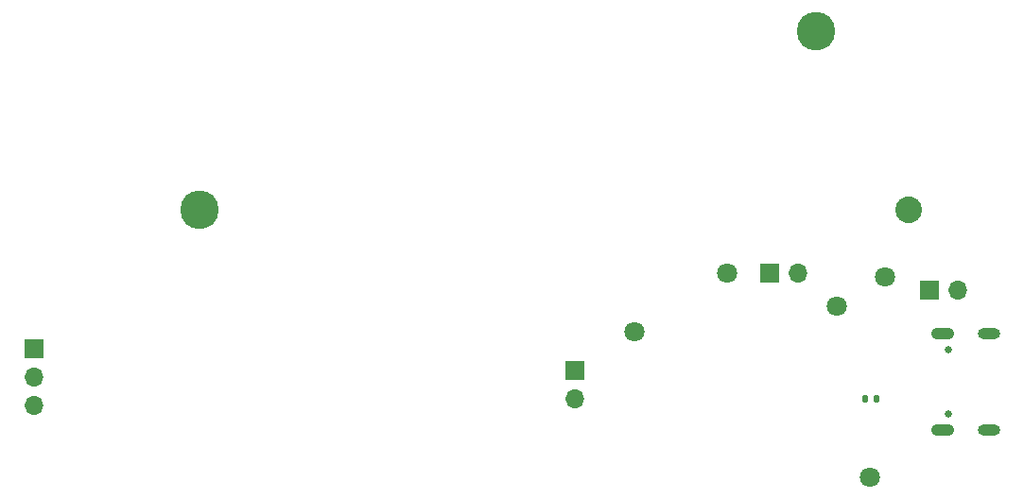
<source format=gbs>
%TF.GenerationSoftware,KiCad,Pcbnew,(7.0.0)*%
%TF.CreationDate,2023-02-26T18:38:48-08:00*%
%TF.ProjectId,esp32-c3-rgb,65737033-322d-4633-932d-7267622e6b69,rev?*%
%TF.SameCoordinates,Original*%
%TF.FileFunction,Soldermask,Bot*%
%TF.FilePolarity,Negative*%
%FSLAX46Y46*%
G04 Gerber Fmt 4.6, Leading zero omitted, Abs format (unit mm)*
G04 Created by KiCad (PCBNEW (7.0.0)) date 2023-02-26 18:38:48*
%MOMM*%
%LPD*%
G01*
G04 APERTURE LIST*
G04 Aperture macros list*
%AMRoundRect*
0 Rectangle with rounded corners*
0 $1 Rounding radius*
0 $2 $3 $4 $5 $6 $7 $8 $9 X,Y pos of 4 corners*
0 Add a 4 corners polygon primitive as box body*
4,1,4,$2,$3,$4,$5,$6,$7,$8,$9,$2,$3,0*
0 Add four circle primitives for the rounded corners*
1,1,$1+$1,$2,$3*
1,1,$1+$1,$4,$5*
1,1,$1+$1,$6,$7*
1,1,$1+$1,$8,$9*
0 Add four rect primitives between the rounded corners*
20,1,$1+$1,$2,$3,$4,$5,0*
20,1,$1+$1,$4,$5,$6,$7,0*
20,1,$1+$1,$6,$7,$8,$9,0*
20,1,$1+$1,$8,$9,$2,$3,0*%
G04 Aperture macros list end*
%ADD10C,1.800000*%
%ADD11R,1.700000X1.700000*%
%ADD12O,1.700000X1.700000*%
%ADD13C,0.650000*%
%ADD14O,2.100000X1.050000*%
%ADD15O,2.000000X1.000000*%
%ADD16C,2.390000*%
%ADD17C,3.450000*%
%ADD18RoundRect,0.140000X-0.140000X-0.170000X0.140000X-0.170000X0.140000X0.170000X-0.140000X0.170000X0*%
G04 APERTURE END LIST*
D10*
%TO.C,TP5*%
X89780000Y-118170000D03*
%TD*%
D11*
%TO.C,J2*%
X36029999Y-119674999D03*
D12*
X36029999Y-122214999D03*
X36029999Y-124754999D03*
%TD*%
D10*
%TO.C,TP18*%
X98090000Y-112900000D03*
%TD*%
D11*
%TO.C,J4*%
X84469999Y-121629999D03*
D12*
X84469999Y-124169999D03*
%TD*%
%TO.C,TH1*%
X118789999Y-114499999D03*
D11*
X116249999Y-114499999D03*
%TD*%
%TO.C,J3*%
X101889999Y-112939999D03*
D12*
X104429999Y-112939999D03*
%TD*%
D10*
%TO.C,TP1*%
X107900000Y-115890000D03*
%TD*%
%TO.C,TP4*%
X112250000Y-113250000D03*
%TD*%
%TO.C,TP2*%
X110900000Y-131210000D03*
%TD*%
D13*
%TO.C,J1*%
X117875000Y-125550000D03*
X117875000Y-119770000D03*
D14*
X117374999Y-126979999D03*
D15*
X121554999Y-126979999D03*
X121554999Y-118339999D03*
D14*
X117374999Y-118339999D03*
%TD*%
D16*
%TO.C,BT1*%
X114350000Y-107250000D03*
D17*
X106020000Y-91250000D03*
X50820000Y-107250000D03*
%TD*%
D18*
%TO.C,C4*%
X110490000Y-124160000D03*
X111450000Y-124160000D03*
%TD*%
M02*

</source>
